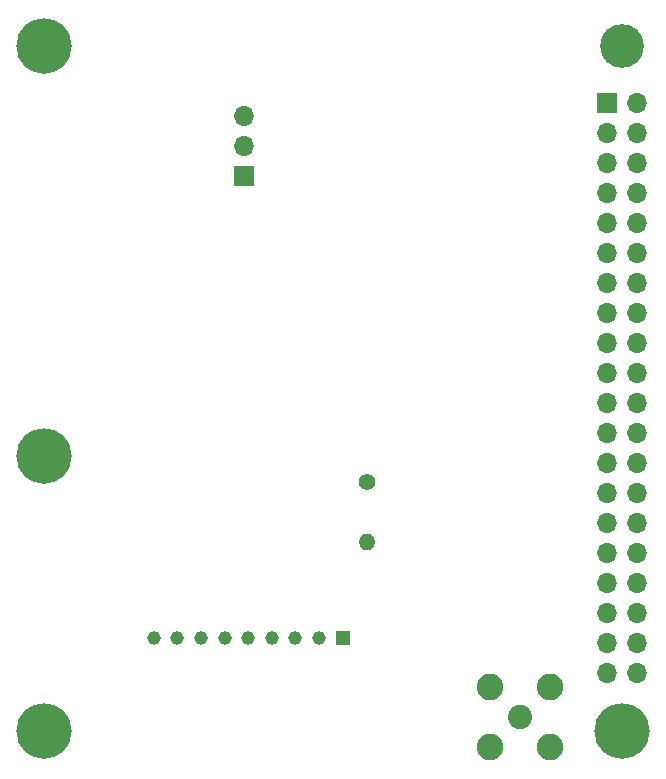
<source format=gbs>
%TF.GenerationSoftware,KiCad,Pcbnew,7.0.2-0*%
%TF.CreationDate,2024-05-07T14:52:59-07:00*%
%TF.ProjectId,RPi_interface,5250695f-696e-4746-9572-666163652e6b,1.1*%
%TF.SameCoordinates,Original*%
%TF.FileFunction,Soldermask,Bot*%
%TF.FilePolarity,Negative*%
%FSLAX46Y46*%
G04 Gerber Fmt 4.6, Leading zero omitted, Abs format (unit mm)*
G04 Created by KiCad (PCBNEW 7.0.2-0) date 2024-05-07 14:52:59*
%MOMM*%
%LPD*%
G01*
G04 APERTURE LIST*
%ADD10C,4.700000*%
%ADD11R,1.150000X1.150000*%
%ADD12C,1.150000*%
%ADD13C,3.700000*%
%ADD14C,1.400000*%
%ADD15O,1.400000X1.400000*%
%ADD16C,2.050000*%
%ADD17C,2.250000*%
%ADD18R,1.700000X1.700000*%
%ADD19O,1.700000X1.700000*%
G04 APERTURE END LIST*
D10*
%TO.C,H5*%
X93500000Y-86200000D03*
%TD*%
D11*
%TO.C,J2*%
X118825000Y-101600000D03*
D12*
X116824999Y-101600000D03*
X114825000Y-101600000D03*
X112824999Y-101600000D03*
X110825001Y-101600000D03*
X108825000Y-101600000D03*
X106825001Y-101600000D03*
X104825000Y-101600000D03*
X102824999Y-101600000D03*
%TD*%
D13*
%TO.C,H2*%
X142500000Y-51500000D03*
%TD*%
D10*
%TO.C,H4*%
X142500000Y-109500000D03*
%TD*%
%TO.C,H1*%
X93500000Y-51500000D03*
%TD*%
D14*
%TO.C,TH1*%
X120900000Y-88460000D03*
D15*
X120900000Y-93540000D03*
%TD*%
D10*
%TO.C,H3*%
X93500000Y-109500000D03*
%TD*%
D16*
%TO.C,J4*%
X133830000Y-108335000D03*
D17*
X131290000Y-105795000D03*
X131290000Y-110875000D03*
X136370000Y-105795000D03*
X136370000Y-110875000D03*
%TD*%
D18*
%TO.C,J3*%
X110500000Y-62540000D03*
D19*
X110500000Y-60000000D03*
X110500000Y-57460000D03*
%TD*%
D18*
%TO.C,J1*%
X141230000Y-56370000D03*
D19*
X143770000Y-56370000D03*
X141230000Y-58910000D03*
X143770000Y-58910000D03*
X141230000Y-61450000D03*
X143770000Y-61450000D03*
X141230000Y-63990000D03*
X143770000Y-63990000D03*
X141230000Y-66530000D03*
X143770000Y-66530000D03*
X141230000Y-69070000D03*
X143770000Y-69070000D03*
X141230000Y-71610000D03*
X143770000Y-71610000D03*
X141230000Y-74150000D03*
X143770000Y-74150000D03*
X141230000Y-76690000D03*
X143770000Y-76690000D03*
X141230000Y-79230000D03*
X143770000Y-79230000D03*
X141230000Y-81770000D03*
X143770000Y-81770000D03*
X141230000Y-84310000D03*
X143770000Y-84310000D03*
X141230000Y-86850000D03*
X143770000Y-86850000D03*
X141230000Y-89390000D03*
X143770000Y-89390000D03*
X141230000Y-91930000D03*
X143770000Y-91930000D03*
X141230000Y-94470000D03*
X143770000Y-94470000D03*
X141230000Y-97010000D03*
X143770000Y-97010000D03*
X141230000Y-99550000D03*
X143770000Y-99550000D03*
X141230000Y-102090000D03*
X143770000Y-102090000D03*
X141230000Y-104630000D03*
X143770000Y-104630000D03*
%TD*%
M02*

</source>
